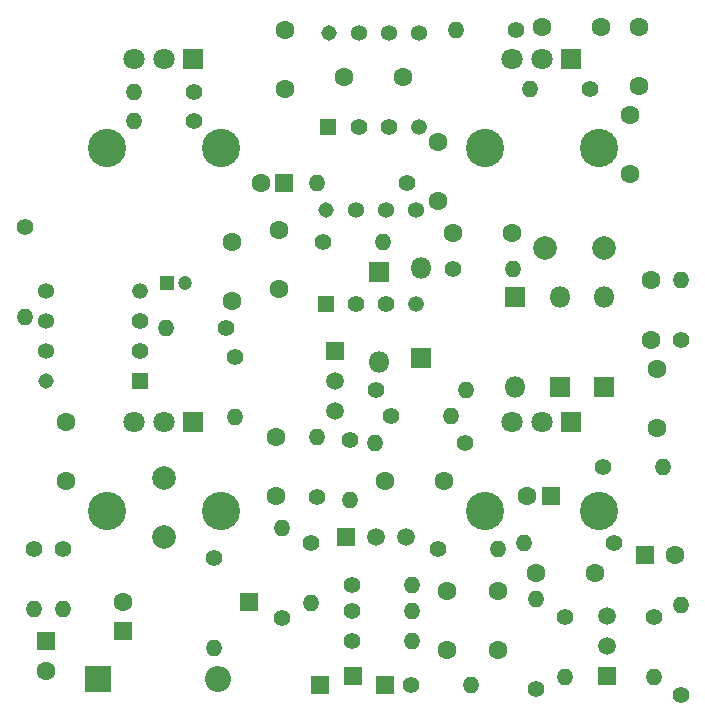
<source format=gts>
%TF.GenerationSoftware,KiCad,Pcbnew,7.0.1*%
%TF.CreationDate,2023-05-31T21:26:11+02:00*%
%TF.ProjectId,SwedishChainsaw,53776564-6973-4684-9368-61696e736177,rev?*%
%TF.SameCoordinates,Original*%
%TF.FileFunction,Soldermask,Top*%
%TF.FilePolarity,Negative*%
%FSLAX46Y46*%
G04 Gerber Fmt 4.6, Leading zero omitted, Abs format (unit mm)*
G04 Created by KiCad (PCBNEW 7.0.1) date 2023-05-31 21:26:11*
%MOMM*%
%LPD*%
G01*
G04 APERTURE LIST*
G04 Aperture macros list*
%AMRoundRect*
0 Rectangle with rounded corners*
0 $1 Rounding radius*
0 $2 $3 $4 $5 $6 $7 $8 $9 X,Y pos of 4 corners*
0 Add a 4 corners polygon primitive as box body*
4,1,4,$2,$3,$4,$5,$6,$7,$8,$9,$2,$3,0*
0 Add four circle primitives for the rounded corners*
1,1,$1+$1,$2,$3*
1,1,$1+$1,$4,$5*
1,1,$1+$1,$6,$7*
1,1,$1+$1,$8,$9*
0 Add four rect primitives between the rounded corners*
20,1,$1+$1,$2,$3,$4,$5,0*
20,1,$1+$1,$4,$5,$6,$7,0*
20,1,$1+$1,$6,$7,$8,$9,0*
20,1,$1+$1,$8,$9,$2,$3,0*%
G04 Aperture macros list end*
%ADD10R,1.325000X1.325000*%
%ADD11C,1.390000*%
%ADD12C,1.390034*%
%ADD13C,1.340148*%
%ADD14C,1.360000*%
%ADD15C,1.360036*%
%ADD16C,1.360588*%
%ADD17C,1.310152*%
%ADD18RoundRect,0.250000X-0.550000X-0.550000X0.550000X-0.550000X0.550000X0.550000X-0.550000X0.550000X0*%
%ADD19C,3.240000*%
%ADD20R,1.800000X1.800000*%
%ADD21C,1.800000*%
%ADD22C,1.400000*%
%ADD23O,1.400000X1.400000*%
%ADD24O,1.800000X1.800000*%
%ADD25C,1.600000*%
%ADD26R,1.500000X1.500000*%
%ADD27C,1.500000*%
%ADD28R,1.600000X1.600000*%
%ADD29C,2.000000*%
%ADD30R,1.200000X1.200000*%
%ADD31C,1.200000*%
%ADD32R,2.200000X2.200000*%
%ADD33O,2.200000X2.200000*%
G04 APERTURE END LIST*
D10*
%TO.C,U2*%
X72937500Y-65712500D03*
D11*
X75480000Y-65720000D03*
D12*
X78020000Y-65720000D03*
D13*
X80560000Y-65720000D03*
D14*
X80560000Y-57780000D03*
D15*
X78020000Y-57780000D03*
D16*
X75480000Y-57780000D03*
D17*
X72940000Y-57780000D03*
%TD*%
D18*
%TO.C,Vin*%
X72250000Y-113000000D03*
%TD*%
%TO.C,OUT*%
X66250000Y-106000000D03*
%TD*%
D10*
%TO.C,U3*%
X72687500Y-80712500D03*
D11*
X75230000Y-80720000D03*
D12*
X77770000Y-80720000D03*
D13*
X80310000Y-80720000D03*
D14*
X80310000Y-72780000D03*
D15*
X77770000Y-72780000D03*
D16*
X75230000Y-72780000D03*
D17*
X72690000Y-72780000D03*
%TD*%
D18*
%TO.C,GND*%
X77750000Y-113000000D03*
%TD*%
D19*
%TO.C,RV3*%
X95800000Y-67500000D03*
X86200000Y-67500000D03*
D20*
X93500000Y-60000000D03*
D21*
X91000000Y-60000000D03*
X88500000Y-60000000D03*
%TD*%
D19*
%TO.C,RV4*%
X63800000Y-98250000D03*
X54200000Y-98250000D03*
D20*
X61500000Y-90750000D03*
D21*
X59000000Y-90750000D03*
X56500000Y-90750000D03*
%TD*%
D10*
%TO.C,U1*%
X56962500Y-87252500D03*
D11*
X56970000Y-84710000D03*
D12*
X56970000Y-82170000D03*
D13*
X56970000Y-79630000D03*
D14*
X49030000Y-79630000D03*
D15*
X49030000Y-82170000D03*
D16*
X49030000Y-84710000D03*
D17*
X49030000Y-87250000D03*
%TD*%
D19*
%TO.C,RV1*%
X95800000Y-98250000D03*
X86200000Y-98250000D03*
D20*
X93500000Y-90750000D03*
D21*
X91000000Y-90750000D03*
X88500000Y-90750000D03*
%TD*%
D18*
%TO.C,IN*%
X75000000Y-112250000D03*
%TD*%
D19*
%TO.C,RV2*%
X63800000Y-67500000D03*
X54200000Y-67500000D03*
D20*
X61500000Y-60000000D03*
D21*
X59000000Y-60000000D03*
X56500000Y-60000000D03*
%TD*%
D22*
%TO.C,R25*%
X72460000Y-75500000D03*
D23*
X77540000Y-75500000D03*
%TD*%
D22*
%TO.C,R23*%
X63250000Y-102250000D03*
D23*
X63250000Y-109870000D03*
%TD*%
D22*
%TO.C,R2*%
X48000000Y-101460000D03*
D23*
X48000000Y-106540000D03*
%TD*%
D20*
%TO.C,D6*%
X77250000Y-78000000D03*
D24*
X77250000Y-85620000D03*
%TD*%
D22*
%TO.C,R10*%
X82250000Y-101500000D03*
D23*
X87330000Y-101500000D03*
%TD*%
D22*
%TO.C,R22*%
X83460000Y-77750000D03*
D23*
X88540000Y-77750000D03*
%TD*%
D25*
%TO.C,C8*%
X68500000Y-97000000D03*
X68500000Y-92000000D03*
%TD*%
%TO.C,C11*%
X100250000Y-83750000D03*
X100250000Y-78750000D03*
%TD*%
D22*
%TO.C,R15*%
X78210000Y-90250000D03*
D23*
X83290000Y-90250000D03*
%TD*%
D25*
%TO.C,C24*%
X69250000Y-62500000D03*
X69250000Y-57500000D03*
%TD*%
D22*
%TO.C,R5*%
X97120000Y-101000000D03*
D23*
X89500000Y-101000000D03*
%TD*%
D20*
%TO.C,D4*%
X88750000Y-80190000D03*
D24*
X88750000Y-87810000D03*
%TD*%
D25*
%TO.C,C20*%
X74250000Y-61500000D03*
X79250000Y-61500000D03*
%TD*%
D22*
%TO.C,R12*%
X100500000Y-107210000D03*
D23*
X100500000Y-112290000D03*
%TD*%
D26*
%TO.C,Q1*%
X74460000Y-100500000D03*
D27*
X77000000Y-100500000D03*
X79540000Y-100500000D03*
%TD*%
D25*
%TO.C,C16*%
X64750000Y-80500000D03*
X64750000Y-75500000D03*
%TD*%
D22*
%TO.C,R14*%
X72000000Y-97040000D03*
D23*
X72000000Y-91960000D03*
%TD*%
D25*
%TO.C,C19*%
X91000000Y-57250000D03*
X96000000Y-57250000D03*
%TD*%
D28*
%TO.C,C9*%
X91750000Y-97000000D03*
D25*
X89750000Y-97000000D03*
%TD*%
%TO.C,C18*%
X98500000Y-69750000D03*
X98500000Y-64750000D03*
%TD*%
D22*
%TO.C,R6*%
X74960000Y-106750000D03*
D23*
X80040000Y-106750000D03*
%TD*%
D22*
%TO.C,R11*%
X102750000Y-113810000D03*
D23*
X102750000Y-106190000D03*
%TD*%
D22*
%TO.C,R28*%
X95040000Y-62500000D03*
D23*
X89960000Y-62500000D03*
%TD*%
D28*
%TO.C,C22*%
X69205113Y-70500000D03*
D25*
X67205113Y-70500000D03*
%TD*%
D28*
%TO.C,C2*%
X49000000Y-109294888D03*
D25*
X49000000Y-111794888D03*
%TD*%
D22*
%TO.C,R21*%
X102750000Y-83790000D03*
D23*
X102750000Y-78710000D03*
%TD*%
D22*
%TO.C,R30*%
X88790000Y-57500000D03*
D23*
X83710000Y-57500000D03*
%TD*%
D20*
%TO.C,D5*%
X80750000Y-85310000D03*
D24*
X80750000Y-77690000D03*
%TD*%
D25*
%TO.C,C25*%
X50750000Y-95750000D03*
X50750000Y-90750000D03*
%TD*%
%TO.C,C4*%
X87250000Y-105000000D03*
X87250000Y-110000000D03*
%TD*%
D22*
%TO.C,R29*%
X61540000Y-65250000D03*
D23*
X56460000Y-65250000D03*
%TD*%
D22*
%TO.C,R32*%
X65000000Y-85250000D03*
D23*
X65000000Y-90330000D03*
%TD*%
D22*
%TO.C,R7*%
X74960000Y-104500000D03*
D23*
X80040000Y-104500000D03*
%TD*%
D25*
%TO.C,C6*%
X77750000Y-95750000D03*
X82750000Y-95750000D03*
%TD*%
%TO.C,C17*%
X99250000Y-62250000D03*
X99250000Y-57250000D03*
%TD*%
%TO.C,C5*%
X90500000Y-103500000D03*
X95500000Y-103500000D03*
%TD*%
D22*
%TO.C,R17*%
X74750000Y-92250000D03*
D23*
X74750000Y-97330000D03*
%TD*%
D26*
%TO.C,Q3*%
X73500000Y-84710000D03*
D27*
X73500000Y-87250000D03*
X73500000Y-89790000D03*
%TD*%
D22*
%TO.C,R31*%
X79560000Y-70500000D03*
D23*
X71940000Y-70500000D03*
%TD*%
D25*
%TO.C,C21*%
X82250000Y-72000000D03*
X82250000Y-67000000D03*
%TD*%
D22*
%TO.C,R27*%
X61540000Y-62750000D03*
D23*
X56460000Y-62750000D03*
%TD*%
D20*
%TO.C,D3*%
X92500000Y-87810000D03*
D24*
X92500000Y-80190000D03*
%TD*%
D22*
%TO.C,R24*%
X47250000Y-74190000D03*
D23*
X47250000Y-81810000D03*
%TD*%
D20*
%TO.C,D2*%
X96250000Y-87810000D03*
D24*
X96250000Y-80190000D03*
%TD*%
D22*
%TO.C,R19*%
X71500000Y-100960000D03*
D23*
X71500000Y-106040000D03*
%TD*%
D22*
%TO.C,R20*%
X69000000Y-107310000D03*
D23*
X69000000Y-99690000D03*
%TD*%
D25*
%TO.C,C13*%
X88500000Y-74750000D03*
X83500000Y-74750000D03*
%TD*%
D22*
%TO.C,R8*%
X90500000Y-113370000D03*
D23*
X90500000Y-105750000D03*
%TD*%
D22*
%TO.C,R26*%
X64290000Y-82750000D03*
D23*
X59210000Y-82750000D03*
%TD*%
D22*
%TO.C,R3*%
X79960000Y-113000000D03*
D23*
X85040000Y-113000000D03*
%TD*%
D22*
%TO.C,R13*%
X84500000Y-92500000D03*
D23*
X76880000Y-92500000D03*
%TD*%
D29*
%TO.C,C12*%
X96250000Y-76000000D03*
X91250000Y-76000000D03*
%TD*%
D25*
%TO.C,C23*%
X68750000Y-79500000D03*
X68750000Y-74500000D03*
%TD*%
D28*
%TO.C,C7*%
X99750000Y-102000000D03*
D25*
X102250000Y-102000000D03*
%TD*%
D30*
%TO.C,C15*%
X59277401Y-79000000D03*
D31*
X60777401Y-79000000D03*
%TD*%
D22*
%TO.C,R9*%
X93000000Y-107210000D03*
D23*
X93000000Y-112290000D03*
%TD*%
D26*
%TO.C,Q2*%
X96500000Y-112250000D03*
D27*
X96500000Y-109710000D03*
X96500000Y-107170000D03*
%TD*%
D32*
%TO.C,D1*%
X53420000Y-112500000D03*
D33*
X63580000Y-112500000D03*
%TD*%
D25*
%TO.C,C10*%
X100750000Y-91250000D03*
X100750000Y-86250000D03*
%TD*%
D22*
%TO.C,R4*%
X74960000Y-109250000D03*
D23*
X80040000Y-109250000D03*
%TD*%
D22*
%TO.C,R1*%
X50500000Y-101460000D03*
D23*
X50500000Y-106540000D03*
%TD*%
D28*
%TO.C,C1*%
X55500000Y-108432379D03*
D25*
X55500000Y-105932379D03*
%TD*%
D22*
%TO.C,R16*%
X76940000Y-88000000D03*
D23*
X84560000Y-88000000D03*
%TD*%
D25*
%TO.C,C3*%
X83000000Y-110000000D03*
X83000000Y-105000000D03*
%TD*%
D29*
%TO.C,C14*%
X59000000Y-95500000D03*
X59000000Y-100500000D03*
%TD*%
D22*
%TO.C,R18*%
X96210000Y-94500000D03*
D23*
X101290000Y-94500000D03*
%TD*%
M02*

</source>
